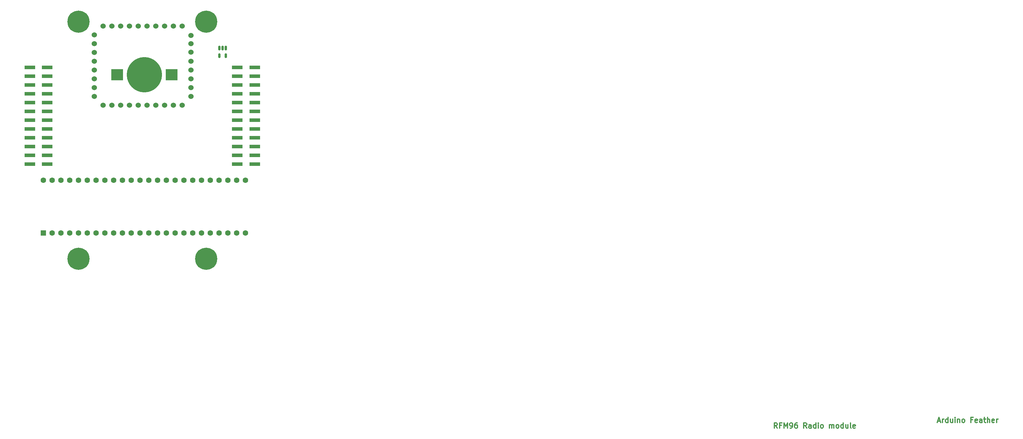
<source format=gbr>
%TF.GenerationSoftware,KiCad,Pcbnew,6.0.1*%
%TF.CreationDate,2022-02-10T21:42:06-06:00*%
%TF.ProjectId,FCB,4643422e-6b69-4636-9164-5f7063625858,rev?*%
%TF.SameCoordinates,Original*%
%TF.FileFunction,Soldermask,Bot*%
%TF.FilePolarity,Negative*%
%FSLAX46Y46*%
G04 Gerber Fmt 4.6, Leading zero omitted, Abs format (unit mm)*
G04 Created by KiCad (PCBNEW 6.0.1) date 2022-02-10 21:42:06*
%MOMM*%
%LPD*%
G01*
G04 APERTURE LIST*
G04 Aperture macros list*
%AMRoundRect*
0 Rectangle with rounded corners*
0 $1 Rounding radius*
0 $2 $3 $4 $5 $6 $7 $8 $9 X,Y pos of 4 corners*
0 Add a 4 corners polygon primitive as box body*
4,1,4,$2,$3,$4,$5,$6,$7,$8,$9,$2,$3,0*
0 Add four circle primitives for the rounded corners*
1,1,$1+$1,$2,$3*
1,1,$1+$1,$4,$5*
1,1,$1+$1,$6,$7*
1,1,$1+$1,$8,$9*
0 Add four rect primitives between the rounded corners*
20,1,$1+$1,$2,$3,$4,$5,0*
20,1,$1+$1,$4,$5,$6,$7,0*
20,1,$1+$1,$6,$7,$8,$9,0*
20,1,$1+$1,$8,$9,$2,$3,0*%
G04 Aperture macros list end*
%ADD10C,0.300000*%
%ADD11C,1.524000*%
%ADD12C,0.800000*%
%ADD13C,6.400000*%
%ADD14R,1.600000X1.600000*%
%ADD15C,1.600000*%
%ADD16R,3.150000X1.000000*%
%ADD17R,3.500000X3.300000*%
%ADD18C,10.200000*%
%ADD19RoundRect,0.150000X-0.150000X0.512500X-0.150000X-0.512500X0.150000X-0.512500X0.150000X0.512500X0*%
G04 APERTURE END LIST*
D10*
X229957142Y-81150000D02*
X230671428Y-81150000D01*
X229814285Y-81578571D02*
X230314285Y-80078571D01*
X230814285Y-81578571D01*
X231314285Y-81578571D02*
X231314285Y-80578571D01*
X231314285Y-80864285D02*
X231385714Y-80721428D01*
X231457142Y-80650000D01*
X231600000Y-80578571D01*
X231742857Y-80578571D01*
X232885714Y-81578571D02*
X232885714Y-80078571D01*
X232885714Y-81507142D02*
X232742857Y-81578571D01*
X232457142Y-81578571D01*
X232314285Y-81507142D01*
X232242857Y-81435714D01*
X232171428Y-81292857D01*
X232171428Y-80864285D01*
X232242857Y-80721428D01*
X232314285Y-80650000D01*
X232457142Y-80578571D01*
X232742857Y-80578571D01*
X232885714Y-80650000D01*
X234242857Y-80578571D02*
X234242857Y-81578571D01*
X233600000Y-80578571D02*
X233600000Y-81364285D01*
X233671428Y-81507142D01*
X233814285Y-81578571D01*
X234028571Y-81578571D01*
X234171428Y-81507142D01*
X234242857Y-81435714D01*
X234957142Y-81578571D02*
X234957142Y-80578571D01*
X234957142Y-80078571D02*
X234885714Y-80150000D01*
X234957142Y-80221428D01*
X235028571Y-80150000D01*
X234957142Y-80078571D01*
X234957142Y-80221428D01*
X235671428Y-80578571D02*
X235671428Y-81578571D01*
X235671428Y-80721428D02*
X235742857Y-80650000D01*
X235885714Y-80578571D01*
X236100000Y-80578571D01*
X236242857Y-80650000D01*
X236314285Y-80792857D01*
X236314285Y-81578571D01*
X237242857Y-81578571D02*
X237100000Y-81507142D01*
X237028571Y-81435714D01*
X236957142Y-81292857D01*
X236957142Y-80864285D01*
X237028571Y-80721428D01*
X237100000Y-80650000D01*
X237242857Y-80578571D01*
X237457142Y-80578571D01*
X237600000Y-80650000D01*
X237671428Y-80721428D01*
X237742857Y-80864285D01*
X237742857Y-81292857D01*
X237671428Y-81435714D01*
X237600000Y-81507142D01*
X237457142Y-81578571D01*
X237242857Y-81578571D01*
X240028571Y-80792857D02*
X239528571Y-80792857D01*
X239528571Y-81578571D02*
X239528571Y-80078571D01*
X240242857Y-80078571D01*
X241385714Y-81507142D02*
X241242857Y-81578571D01*
X240957142Y-81578571D01*
X240814285Y-81507142D01*
X240742857Y-81364285D01*
X240742857Y-80792857D01*
X240814285Y-80650000D01*
X240957142Y-80578571D01*
X241242857Y-80578571D01*
X241385714Y-80650000D01*
X241457142Y-80792857D01*
X241457142Y-80935714D01*
X240742857Y-81078571D01*
X242742857Y-81578571D02*
X242742857Y-80792857D01*
X242671428Y-80650000D01*
X242528571Y-80578571D01*
X242242857Y-80578571D01*
X242100000Y-80650000D01*
X242742857Y-81507142D02*
X242600000Y-81578571D01*
X242242857Y-81578571D01*
X242100000Y-81507142D01*
X242028571Y-81364285D01*
X242028571Y-81221428D01*
X242100000Y-81078571D01*
X242242857Y-81007142D01*
X242600000Y-81007142D01*
X242742857Y-80935714D01*
X243242857Y-80578571D02*
X243814285Y-80578571D01*
X243457142Y-80078571D02*
X243457142Y-81364285D01*
X243528571Y-81507142D01*
X243671428Y-81578571D01*
X243814285Y-81578571D01*
X244314285Y-81578571D02*
X244314285Y-80078571D01*
X244957142Y-81578571D02*
X244957142Y-80792857D01*
X244885714Y-80650000D01*
X244742857Y-80578571D01*
X244528571Y-80578571D01*
X244385714Y-80650000D01*
X244314285Y-80721428D01*
X246242857Y-81507142D02*
X246100000Y-81578571D01*
X245814285Y-81578571D01*
X245671428Y-81507142D01*
X245600000Y-81364285D01*
X245600000Y-80792857D01*
X245671428Y-80650000D01*
X245814285Y-80578571D01*
X246100000Y-80578571D01*
X246242857Y-80650000D01*
X246314285Y-80792857D01*
X246314285Y-80935714D01*
X245600000Y-81078571D01*
X246957142Y-81578571D02*
X246957142Y-80578571D01*
X246957142Y-80864285D02*
X247028571Y-80721428D01*
X247100000Y-80650000D01*
X247242857Y-80578571D01*
X247385714Y-80578571D01*
X183578571Y-83178571D02*
X183078571Y-82464285D01*
X182721428Y-83178571D02*
X182721428Y-81678571D01*
X183292857Y-81678571D01*
X183435714Y-81750000D01*
X183507142Y-81821428D01*
X183578571Y-81964285D01*
X183578571Y-82178571D01*
X183507142Y-82321428D01*
X183435714Y-82392857D01*
X183292857Y-82464285D01*
X182721428Y-82464285D01*
X184721428Y-82392857D02*
X184221428Y-82392857D01*
X184221428Y-83178571D02*
X184221428Y-81678571D01*
X184935714Y-81678571D01*
X185507142Y-83178571D02*
X185507142Y-81678571D01*
X186007142Y-82750000D01*
X186507142Y-81678571D01*
X186507142Y-83178571D01*
X187292857Y-83178571D02*
X187578571Y-83178571D01*
X187721428Y-83107142D01*
X187792857Y-83035714D01*
X187935714Y-82821428D01*
X188007142Y-82535714D01*
X188007142Y-81964285D01*
X187935714Y-81821428D01*
X187864285Y-81750000D01*
X187721428Y-81678571D01*
X187435714Y-81678571D01*
X187292857Y-81750000D01*
X187221428Y-81821428D01*
X187150000Y-81964285D01*
X187150000Y-82321428D01*
X187221428Y-82464285D01*
X187292857Y-82535714D01*
X187435714Y-82607142D01*
X187721428Y-82607142D01*
X187864285Y-82535714D01*
X187935714Y-82464285D01*
X188007142Y-82321428D01*
X189292857Y-81678571D02*
X189007142Y-81678571D01*
X188864285Y-81750000D01*
X188792857Y-81821428D01*
X188650000Y-82035714D01*
X188578571Y-82321428D01*
X188578571Y-82892857D01*
X188650000Y-83035714D01*
X188721428Y-83107142D01*
X188864285Y-83178571D01*
X189150000Y-83178571D01*
X189292857Y-83107142D01*
X189364285Y-83035714D01*
X189435714Y-82892857D01*
X189435714Y-82535714D01*
X189364285Y-82392857D01*
X189292857Y-82321428D01*
X189150000Y-82250000D01*
X188864285Y-82250000D01*
X188721428Y-82321428D01*
X188650000Y-82392857D01*
X188578571Y-82535714D01*
X192078571Y-83178571D02*
X191578571Y-82464285D01*
X191221428Y-83178571D02*
X191221428Y-81678571D01*
X191792857Y-81678571D01*
X191935714Y-81750000D01*
X192007142Y-81821428D01*
X192078571Y-81964285D01*
X192078571Y-82178571D01*
X192007142Y-82321428D01*
X191935714Y-82392857D01*
X191792857Y-82464285D01*
X191221428Y-82464285D01*
X193364285Y-83178571D02*
X193364285Y-82392857D01*
X193292857Y-82250000D01*
X193150000Y-82178571D01*
X192864285Y-82178571D01*
X192721428Y-82250000D01*
X193364285Y-83107142D02*
X193221428Y-83178571D01*
X192864285Y-83178571D01*
X192721428Y-83107142D01*
X192650000Y-82964285D01*
X192650000Y-82821428D01*
X192721428Y-82678571D01*
X192864285Y-82607142D01*
X193221428Y-82607142D01*
X193364285Y-82535714D01*
X194721428Y-83178571D02*
X194721428Y-81678571D01*
X194721428Y-83107142D02*
X194578571Y-83178571D01*
X194292857Y-83178571D01*
X194150000Y-83107142D01*
X194078571Y-83035714D01*
X194007142Y-82892857D01*
X194007142Y-82464285D01*
X194078571Y-82321428D01*
X194150000Y-82250000D01*
X194292857Y-82178571D01*
X194578571Y-82178571D01*
X194721428Y-82250000D01*
X195435714Y-83178571D02*
X195435714Y-82178571D01*
X195435714Y-81678571D02*
X195364285Y-81750000D01*
X195435714Y-81821428D01*
X195507142Y-81750000D01*
X195435714Y-81678571D01*
X195435714Y-81821428D01*
X196364285Y-83178571D02*
X196221428Y-83107142D01*
X196150000Y-83035714D01*
X196078571Y-82892857D01*
X196078571Y-82464285D01*
X196150000Y-82321428D01*
X196221428Y-82250000D01*
X196364285Y-82178571D01*
X196578571Y-82178571D01*
X196721428Y-82250000D01*
X196792857Y-82321428D01*
X196864285Y-82464285D01*
X196864285Y-82892857D01*
X196792857Y-83035714D01*
X196721428Y-83107142D01*
X196578571Y-83178571D01*
X196364285Y-83178571D01*
X198649999Y-83178571D02*
X198649999Y-82178571D01*
X198649999Y-82321428D02*
X198721428Y-82250000D01*
X198864285Y-82178571D01*
X199078571Y-82178571D01*
X199221428Y-82250000D01*
X199292857Y-82392857D01*
X199292857Y-83178571D01*
X199292857Y-82392857D02*
X199364285Y-82250000D01*
X199507142Y-82178571D01*
X199721428Y-82178571D01*
X199864285Y-82250000D01*
X199935714Y-82392857D01*
X199935714Y-83178571D01*
X200864285Y-83178571D02*
X200721428Y-83107142D01*
X200650000Y-83035714D01*
X200578571Y-82892857D01*
X200578571Y-82464285D01*
X200650000Y-82321428D01*
X200721428Y-82250000D01*
X200864285Y-82178571D01*
X201078571Y-82178571D01*
X201221428Y-82250000D01*
X201292857Y-82321428D01*
X201364285Y-82464285D01*
X201364285Y-82892857D01*
X201292857Y-83035714D01*
X201221428Y-83107142D01*
X201078571Y-83178571D01*
X200864285Y-83178571D01*
X202650000Y-83178571D02*
X202650000Y-81678571D01*
X202650000Y-83107142D02*
X202507142Y-83178571D01*
X202221428Y-83178571D01*
X202078571Y-83107142D01*
X202007142Y-83035714D01*
X201935714Y-82892857D01*
X201935714Y-82464285D01*
X202007142Y-82321428D01*
X202078571Y-82250000D01*
X202221428Y-82178571D01*
X202507142Y-82178571D01*
X202650000Y-82250000D01*
X204007142Y-82178571D02*
X204007142Y-83178571D01*
X203364285Y-82178571D02*
X203364285Y-82964285D01*
X203435714Y-83107142D01*
X203578571Y-83178571D01*
X203792857Y-83178571D01*
X203935714Y-83107142D01*
X204007142Y-83035714D01*
X204935714Y-83178571D02*
X204792857Y-83107142D01*
X204721428Y-82964285D01*
X204721428Y-81678571D01*
X206078571Y-83107142D02*
X205935714Y-83178571D01*
X205650000Y-83178571D01*
X205507142Y-83107142D01*
X205435714Y-82964285D01*
X205435714Y-82392857D01*
X205507142Y-82250000D01*
X205650000Y-82178571D01*
X205935714Y-82178571D01*
X206078571Y-82250000D01*
X206150000Y-82392857D01*
X206150000Y-82535714D01*
X205435714Y-82678571D01*
D11*
%TO.C,U1*%
X-11300000Y10100000D03*
X-8760000Y10100000D03*
X-6236998Y10100112D03*
X-3691332Y10100112D03*
X-1145666Y10100112D03*
X1400000Y10100112D03*
X3905890Y10100112D03*
X6451556Y10100112D03*
X9020000Y10100000D03*
X11560000Y10100000D03*
X14088555Y12645779D03*
X14100000Y15180000D03*
X14088555Y17737111D03*
X14088555Y20282778D03*
X14088555Y22828444D03*
X14088555Y25374110D03*
X14088555Y27880000D03*
X14088555Y30266562D03*
X11542889Y32971332D03*
X8997222Y32971332D03*
X6451556Y32971332D03*
X3905890Y32971332D03*
X1400000Y32971332D03*
X-1145666Y32971332D03*
X-3691332Y32971332D03*
X-6236998Y32971332D03*
X-8760000Y32960000D03*
X-11300000Y32960000D03*
X-13913773Y30425666D03*
X-13873997Y27880000D03*
X-13873997Y25340000D03*
X-13873997Y22800000D03*
X-13840000Y20260000D03*
X-13873997Y17737111D03*
X-13873997Y15191445D03*
X-13873997Y12645779D03*
%TD*%
D12*
%TO.C,REF\u002A\u002A*%
X-18440000Y31790000D03*
D13*
X-18440000Y34190000D03*
D12*
X-16742944Y35887056D03*
X-18440000Y36590000D03*
X-20840000Y34190000D03*
X-20137056Y35887056D03*
X-16742944Y32492944D03*
X-20137056Y32492944D03*
X-16040000Y34190000D03*
%TD*%
D14*
%TO.C,U2*%
X-28575000Y-26820000D03*
D15*
X-26035000Y-26820000D03*
X-23495000Y-26820000D03*
X-20955000Y-26820000D03*
X-18415000Y-26820000D03*
X-15875000Y-26820000D03*
X-13335000Y-26820000D03*
X-10795000Y-26820000D03*
X-8255000Y-26820000D03*
X-5715000Y-26820000D03*
X-3175000Y-26820000D03*
X-635000Y-26820000D03*
X1905000Y-26820000D03*
X4445000Y-26820000D03*
X6985000Y-26820000D03*
X9525000Y-26820000D03*
X12065000Y-26820000D03*
X14605000Y-26820000D03*
X17145000Y-26820000D03*
X19685000Y-26820000D03*
X22225000Y-26820000D03*
X24765000Y-26820000D03*
X27305000Y-26820000D03*
X29845000Y-26820000D03*
X29845000Y-11580000D03*
X27305000Y-11580000D03*
X24765000Y-11580000D03*
X22225000Y-11580000D03*
X19685000Y-11580000D03*
X17145000Y-11580000D03*
X14605000Y-11580000D03*
X12065000Y-11580000D03*
X9525000Y-11580000D03*
X6985000Y-11580000D03*
X4445000Y-11580000D03*
X1905000Y-11580000D03*
X-635000Y-11580000D03*
X-3175000Y-11580000D03*
X-5715000Y-11580000D03*
X-8255000Y-11580000D03*
X-10795000Y-11580000D03*
X-13335000Y-11580000D03*
X-15875000Y-11580000D03*
X-18415000Y-11580000D03*
X-20955000Y-11580000D03*
X-23495000Y-11580000D03*
X-26035000Y-11580000D03*
X-28575000Y-11580000D03*
%TD*%
D13*
%TO.C,REF\u002A\u002A*%
X18460000Y-34300000D03*
D12*
X18460000Y-31900000D03*
X16762944Y-35997056D03*
X18460000Y-36700000D03*
X20860000Y-34300000D03*
X16762944Y-32602944D03*
X16060000Y-34300000D03*
X20157056Y-35997056D03*
X20157056Y-32602944D03*
%TD*%
%TO.C,REF\u002A\u002A*%
X-16732944Y-35997056D03*
X-18430000Y-36700000D03*
X-16030000Y-34300000D03*
X-20127056Y-32602944D03*
X-16732944Y-32602944D03*
X-20830000Y-34300000D03*
X-18430000Y-31900000D03*
D13*
X-18430000Y-34300000D03*
D12*
X-20127056Y-35997056D03*
%TD*%
%TO.C,REF\u002A\u002A*%
X16752944Y32552944D03*
X18450000Y31850000D03*
X20147056Y35947056D03*
X16752944Y35947056D03*
X16050000Y34250000D03*
X20147056Y32552944D03*
D13*
X18450000Y34250000D03*
D12*
X20850000Y34250000D03*
X18450000Y36650000D03*
%TD*%
D16*
%TO.C,J2*%
X27475000Y-6970000D03*
X32525000Y-6970000D03*
X27475000Y-4430000D03*
X32525000Y-4430000D03*
X27475000Y-1890000D03*
X32525000Y-1890000D03*
X27475000Y650000D03*
X32525000Y650000D03*
X27475000Y3190000D03*
X32525000Y3190000D03*
X27475000Y5730000D03*
X32525000Y5730000D03*
X27475000Y8270000D03*
X32525000Y8270000D03*
X27475000Y10810000D03*
X32525000Y10810000D03*
X27475000Y13350000D03*
X32525000Y13350000D03*
X27475000Y15890000D03*
X32525000Y15890000D03*
X27475000Y18430000D03*
X32525000Y18430000D03*
X27475000Y20970000D03*
X32525000Y20970000D03*
%TD*%
%TO.C,J4*%
X-27475000Y20970000D03*
X-32525000Y20970000D03*
X-27475000Y18430000D03*
X-32525000Y18430000D03*
X-27475000Y15890000D03*
X-32525000Y15890000D03*
X-27475000Y13350000D03*
X-32525000Y13350000D03*
X-27475000Y10810000D03*
X-32525000Y10810000D03*
X-27475000Y8270000D03*
X-32525000Y8270000D03*
X-27475000Y5730000D03*
X-32525000Y5730000D03*
X-27475000Y3190000D03*
X-32525000Y3190000D03*
X-27475000Y650000D03*
X-32525000Y650000D03*
X-27475000Y-1890000D03*
X-32525000Y-1890000D03*
X-27475000Y-4430000D03*
X-32525000Y-4430000D03*
X-27475000Y-6970000D03*
X-32525000Y-6970000D03*
%TD*%
D17*
%TO.C,BT1*%
X8500000Y18895000D03*
X-7300000Y18895000D03*
D18*
X600000Y18895000D03*
%TD*%
D19*
%TO.C,U3*%
X22250000Y26637500D03*
X23200000Y26637500D03*
X24150000Y26637500D03*
X24150000Y24362500D03*
X22250000Y24362500D03*
%TD*%
M02*

</source>
